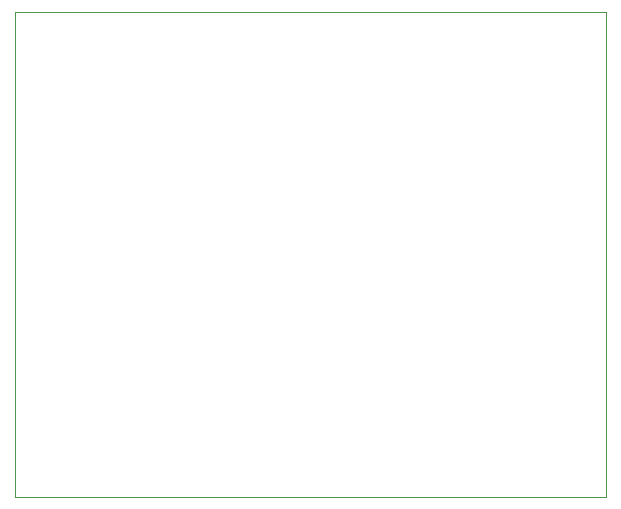
<source format=gm1>
G04 #@! TF.GenerationSoftware,KiCad,Pcbnew,(5.1.12)-1*
G04 #@! TF.CreationDate,2021-12-16T15:17:12+01:00*
G04 #@! TF.ProjectId,rj45_mag_sma,726a3435-5f6d-4616-975f-736d612e6b69,rev?*
G04 #@! TF.SameCoordinates,Original*
G04 #@! TF.FileFunction,Profile,NP*
%FSLAX46Y46*%
G04 Gerber Fmt 4.6, Leading zero omitted, Abs format (unit mm)*
G04 Created by KiCad (PCBNEW (5.1.12)-1) date 2021-12-16 15:17:12*
%MOMM*%
%LPD*%
G01*
G04 APERTURE LIST*
G04 #@! TA.AperFunction,Profile*
%ADD10C,0.050000*%
G04 #@! TD*
G04 APERTURE END LIST*
D10*
X95250000Y-117729000D02*
X95250000Y-76729000D01*
X145250000Y-117729000D02*
X95250000Y-117729000D01*
X145250000Y-76729000D02*
X145250000Y-117729000D01*
X95250000Y-76729000D02*
X145250000Y-76729000D01*
M02*

</source>
